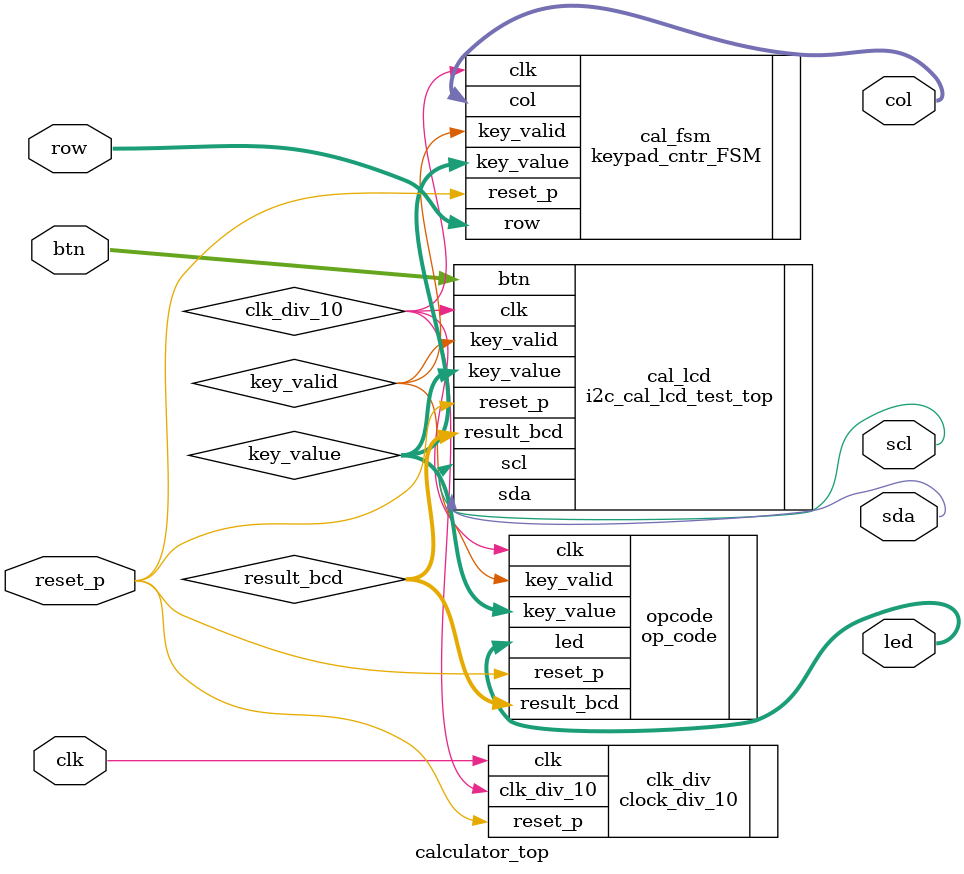
<source format=v>
`timescale 1ns / 1ps


module calculator_top(
    input clk, reset_p,
    input [3:0] row,
    input [1:0] btn,
    output [3:0] col,
    output scl,sda,
    output [15:0] led
);
    
    wire [3:0] key_value;
    wire key_valid;
    wire [63:0] result_bcd;
    wire clk_div_10;
    
    clock_div_10 clk_div(
        .clk(clk), .reset_p(reset_p),
        .clk_div_10(clk_div_10)    
    );
    
    keypad_cntr_FSM cal_fsm(
        .clk(clk_div_10), .reset_p(reset_p),
        .row(row),
        .col(col),
        .key_value(key_value),
        .key_valid(key_valid)
    );
    
    op_code opcode(
        .clk(clk_div_10), .reset_p(reset_p),
        .key_value(key_value),
        .key_valid(key_valid),
        .result_bcd(result_bcd),
        .led(led)
    );
    
    i2c_cal_lcd_test_top cal_lcd(
        .clk(clk_div_10), .reset_p(reset_p),
        .btn(btn),
        .key_valid(key_valid),
        .key_value(key_value),
        .result_bcd(result_bcd),
        .scl(scl), .sda(sda)
    );
    
     
endmodule

</source>
